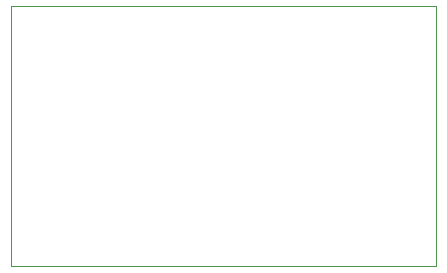
<source format=gbr>
%TF.GenerationSoftware,KiCad,Pcbnew,(5.1.12)-1*%
%TF.CreationDate,2022-05-04T12:53:07+05:30*%
%TF.ProjectId,5V3.5W,3556332e-3557-42e6-9b69-6361645f7063,rev?*%
%TF.SameCoordinates,Original*%
%TF.FileFunction,Profile,NP*%
%FSLAX46Y46*%
G04 Gerber Fmt 4.6, Leading zero omitted, Abs format (unit mm)*
G04 Created by KiCad (PCBNEW (5.1.12)-1) date 2022-05-04 12:53:07*
%MOMM*%
%LPD*%
G01*
G04 APERTURE LIST*
%TA.AperFunction,Profile*%
%ADD10C,0.050000*%
%TD*%
G04 APERTURE END LIST*
D10*
X95000000Y-160000000D02*
X95000000Y-138000000D01*
X131000000Y-160000000D02*
X95000000Y-160000000D01*
X131000000Y-138000000D02*
X131000000Y-160000000D01*
X95000000Y-138000000D02*
X131000000Y-138000000D01*
M02*

</source>
